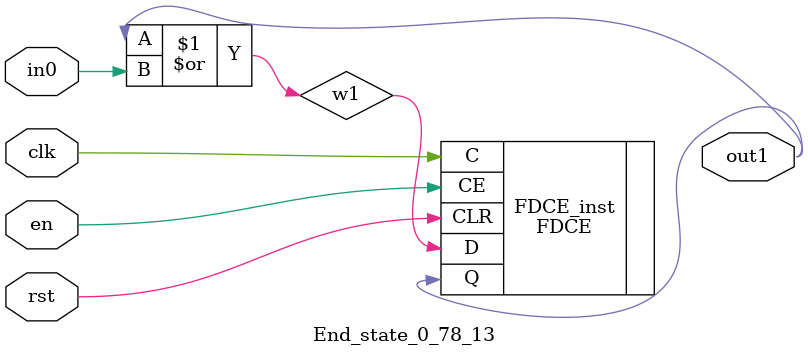
<source format=v>
module engine_0_78(out,clk,sod,en, in_127, in_12, in_28, in_78, in_81, in_90, in_94);
//pcre: /\x2E(jps|asp|aspx)\x3F/U
//block char: x[0], \x2E[8], \x3F[8], p[0], s[0], a[0], \x6A[8], 

	input clk,sod,en;

	input in_127, in_12, in_28, in_78, in_81, in_90, in_94;
	output out;

	assign w0 = 1'b1;
	state_0_78_1 BlockState_0_78_1 (w1,in_12,clk,en,sod,w0);
	state_0_78_2 BlockState_0_78_2 (w2,in_94,clk,en,sod,w1);
	state_0_78_3 BlockState_0_78_3 (w3,in_78,clk,en,sod,w2);
	state_0_78_4 BlockState_0_78_4 (w4,in_81,clk,en,sod,w3);
	state_0_78_5 BlockState_0_78_5 (w5,in_90,clk,en,sod,w1);
	state_0_78_6 BlockState_0_78_6 (w6,in_81,clk,en,sod,w5);
	state_0_78_7 BlockState_0_78_7 (w7,in_78,clk,en,sod,w6);
	state_0_78_8 BlockState_0_78_8 (w8,in_90,clk,en,sod,w1);
	state_0_78_9 BlockState_0_78_9 (w9,in_81,clk,en,sod,w8);
	state_0_78_10 BlockState_0_78_10 (w10,in_78,clk,en,sod,w9);
	state_0_78_11 BlockState_0_78_11 (w11,in_127,clk,en,sod,w10);
	state_0_78_12 BlockState_0_78_12 (w12,in_28,clk,en,sod,w4,w7,w11);
	End_state_0_78_13 BlockState_0_78_13 (out,clk,en,sod,w12);
endmodule

module state_0_78_1(out1,in_char,clk,en,rst,in0);
	input in_char,clk,en,rst,in0;
	output out1;
	wire w1,w2;
	assign w1 = in0; 
	and(w2,in_char,w1);
	FDCE #(.INIT(1'b0)) FDCE_inst (
		.Q(out1),
		.C(clk),
		.CE(en),
		.CLR(rst),
		.D(w2)
);
endmodule

module state_0_78_2(out1,in_char,clk,en,rst,in0);
	input in_char,clk,en,rst,in0;
	output out1;
	wire w1,w2;
	assign w1 = in0; 
	and(w2,in_char,w1);
	FDCE #(.INIT(1'b0)) FDCE_inst (
		.Q(out1),
		.C(clk),
		.CE(en),
		.CLR(rst),
		.D(w2)
);
endmodule

module state_0_78_3(out1,in_char,clk,en,rst,in0);
	input in_char,clk,en,rst,in0;
	output out1;
	wire w1,w2;
	assign w1 = in0; 
	and(w2,in_char,w1);
	FDCE #(.INIT(1'b0)) FDCE_inst (
		.Q(out1),
		.C(clk),
		.CE(en),
		.CLR(rst),
		.D(w2)
);
endmodule

module state_0_78_4(out1,in_char,clk,en,rst,in0);
	input in_char,clk,en,rst,in0;
	output out1;
	wire w1,w2;
	assign w1 = in0; 
	and(w2,in_char,w1);
	FDCE #(.INIT(1'b0)) FDCE_inst (
		.Q(out1),
		.C(clk),
		.CE(en),
		.CLR(rst),
		.D(w2)
);
endmodule

module state_0_78_5(out1,in_char,clk,en,rst,in0);
	input in_char,clk,en,rst,in0;
	output out1;
	wire w1,w2;
	assign w1 = in0; 
	and(w2,in_char,w1);
	FDCE #(.INIT(1'b0)) FDCE_inst (
		.Q(out1),
		.C(clk),
		.CE(en),
		.CLR(rst),
		.D(w2)
);
endmodule

module state_0_78_6(out1,in_char,clk,en,rst,in0);
	input in_char,clk,en,rst,in0;
	output out1;
	wire w1,w2;
	assign w1 = in0; 
	and(w2,in_char,w1);
	FDCE #(.INIT(1'b0)) FDCE_inst (
		.Q(out1),
		.C(clk),
		.CE(en),
		.CLR(rst),
		.D(w2)
);
endmodule

module state_0_78_7(out1,in_char,clk,en,rst,in0);
	input in_char,clk,en,rst,in0;
	output out1;
	wire w1,w2;
	assign w1 = in0; 
	and(w2,in_char,w1);
	FDCE #(.INIT(1'b0)) FDCE_inst (
		.Q(out1),
		.C(clk),
		.CE(en),
		.CLR(rst),
		.D(w2)
);
endmodule

module state_0_78_8(out1,in_char,clk,en,rst,in0);
	input in_char,clk,en,rst,in0;
	output out1;
	wire w1,w2;
	assign w1 = in0; 
	and(w2,in_char,w1);
	FDCE #(.INIT(1'b0)) FDCE_inst (
		.Q(out1),
		.C(clk),
		.CE(en),
		.CLR(rst),
		.D(w2)
);
endmodule

module state_0_78_9(out1,in_char,clk,en,rst,in0);
	input in_char,clk,en,rst,in0;
	output out1;
	wire w1,w2;
	assign w1 = in0; 
	and(w2,in_char,w1);
	FDCE #(.INIT(1'b0)) FDCE_inst (
		.Q(out1),
		.C(clk),
		.CE(en),
		.CLR(rst),
		.D(w2)
);
endmodule

module state_0_78_10(out1,in_char,clk,en,rst,in0);
	input in_char,clk,en,rst,in0;
	output out1;
	wire w1,w2;
	assign w1 = in0; 
	and(w2,in_char,w1);
	FDCE #(.INIT(1'b0)) FDCE_inst (
		.Q(out1),
		.C(clk),
		.CE(en),
		.CLR(rst),
		.D(w2)
);
endmodule

module state_0_78_11(out1,in_char,clk,en,rst,in0);
	input in_char,clk,en,rst,in0;
	output out1;
	wire w1,w2;
	assign w1 = in0; 
	and(w2,in_char,w1);
	FDCE #(.INIT(1'b0)) FDCE_inst (
		.Q(out1),
		.C(clk),
		.CE(en),
		.CLR(rst),
		.D(w2)
);
endmodule

module state_0_78_12(out1,in_char,clk,en,rst,in0,in1,in2);
	input in_char,clk,en,rst,in0,in1,in2;
	output out1;
	wire w1,w2;
	or(w1,in0,in1,in2);
	and(w2,in_char,w1);
	FDCE #(.INIT(1'b0)) FDCE_inst (
		.Q(out1),
		.C(clk),
		.CE(en),
		.CLR(rst),
		.D(w2)
);
endmodule

module End_state_0_78_13(out1,clk,en,rst,in0);
	input clk,rst,en,in0;
	output out1;
	wire w1;
	or(w1,out1,in0);
	FDCE #(.INIT(1'b0)) FDCE_inst (
		.Q(out1),
		.C(clk),
		.CE(en),
		.CLR(rst),
		.D(w1)
);
endmodule


</source>
